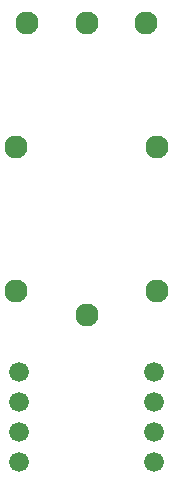
<source format=gbs>
G04 start of page 7 for group -4062 idx -4062 *
G04 Title: (unknown), soldermask *
G04 Creator: pcb 20140316 *
G04 CreationDate: Sat 21 Jan 2017 09:52:20 PM GMT UTC *
G04 For: david *
G04 Format: Gerber/RS-274X *
G04 PCB-Dimensions (mil): 708.66 1968.50 *
G04 PCB-Coordinate-Origin: lower left *
%MOIN*%
%FSLAX25Y25*%
%LNGBS*%
%ADD40C,0.0770*%
%ADD39C,0.0660*%
G54D39*X12992Y67913D03*
Y57913D03*
Y47913D03*
G54D40*X11811Y94685D03*
Y142717D03*
G54D39*X57874Y67913D03*
Y57913D03*
Y47913D03*
Y37913D03*
G54D40*X59055Y94685D03*
Y142717D03*
G54D39*X12992Y37913D03*
G54D40*X55118Y184055D03*
X35433D03*
Y86811D03*
X15748Y184055D03*
M02*

</source>
